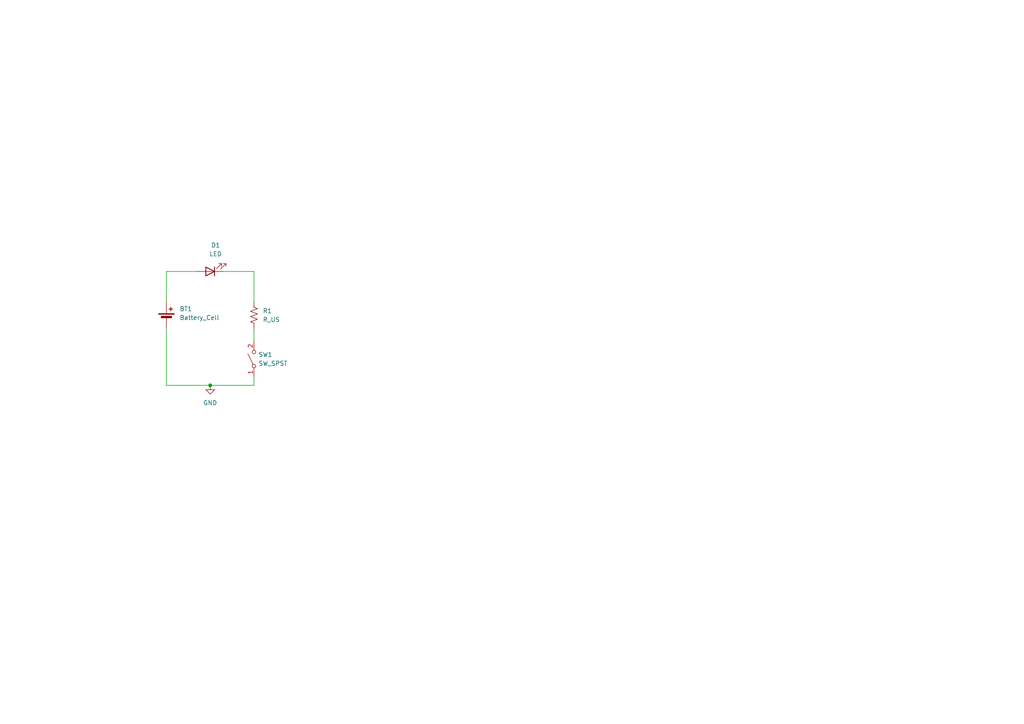
<source format=kicad_sch>
(kicad_sch (version 20230121) (generator eeschema)
  (paper "A4")
  (lib_symbols
    (symbol "Device:Battery_Cell" (pin_numbers hide) (pin_names (offset 0) hide)
      (property "Reference" "BT" (at 2.54 2.54 0))
      (property "Value" "Battery_Cell" (at 2.54 0 0))
      (symbol "Battery_Cell_0_1"
        (rectangle (start -2.286 1.778) (end 2.286 1.524) (fill (type outline)))
        (rectangle (start -1.524 1.016) (end 1.524 0.508) (fill (type outline)))
        (polyline (pts (xy 0 0.762) (xy 0 0)))
        (polyline (pts (xy 0 1.778) (xy 0 2.54)))
        (polyline (pts (xy 0.762 3.048) (xy 1.778 3.048)) (stroke (width 0.254)))
        (polyline (pts (xy 1.27 3.556) (xy 1.27 2.54)) (stroke (width 0.254)))
      )
      (symbol "Battery_Cell_1_1"
        (pin passive line (at 0 5.08 270) (length 2.54) (name "+") (number "1"))
        (pin passive line (at 0 -2.54 90) (length 2.54) (name "-") (number "2"))
      )
    )
    (symbol "Device:LED" (pin_numbers hide) (pin_names (offset 1.016) hide)
      (property "Reference" "D" (at 0 2.54 0))
      (property "Value" "LED" (at 0 -2.54 0))
      (symbol "LED_0_1"
        (polyline (pts (xy -1.27 -1.27) (xy -1.27 1.27)) (stroke (width 0.254)))
        (polyline (pts (xy -1.27 0) (xy 1.27 0)))
        (polyline (pts (xy 1.27 -1.27) (xy 1.27 1.27) (xy -1.27 0) (xy 1.27 -1.27)) (stroke (width 0.254)))
        (polyline (pts (xy -3.048 -0.762) (xy -4.572 -2.286) (xy -3.81 -2.286) (xy -4.572 -2.286) (xy -4.572 -1.524)))
        (polyline (pts (xy -1.778 -0.762) (xy -3.302 -2.286) (xy -2.54 -2.286) (xy -3.302 -2.286) (xy -3.302 -1.524)))
      )
      (symbol "LED_1_1"
        (pin passive line (at -3.81 0 0) (length 2.54) (name "K") (number "1"))
        (pin passive line (at 3.81 0 180) (length 2.54) (name "A") (number "2"))
      )
    )
    (symbol "Device:R_US" (pin_numbers hide) (pin_names (offset 0))
      (property "Reference" "R" (at 2.54 0 90))
      (property "Value" "R_US" (at -2.54 0 90))
      (symbol "R_US_0_1"
        (polyline (pts (xy 0 -2.286) (xy 0 -2.54)))
        (polyline (pts (xy 0 2.286) (xy 0 2.54)))
        (polyline (pts (xy 0 -0.762) (xy 1.016 -1.143) (xy 0 -1.524) (xy -1.016 -1.905) (xy 0 -2.286)))
        (polyline (pts (xy 0 0.762) (xy 1.016 0.381) (xy 0 0) (xy -1.016 -0.381) (xy 0 -0.762)))
        (polyline (pts (xy 0 2.286) (xy 1.016 1.905) (xy 0 1.524) (xy -1.016 1.143) (xy 0 0.762)))
      )
      (symbol "R_US_1_1"
        (pin passive line (at 0 3.81 270) (length 1.27) (name "~") (number "1"))
        (pin passive line (at 0 -3.81 90) (length 1.27) (name "~") (number "2"))
      )
    )
    (symbol "Switch:SW_SPST" (pin_names (offset 0) hide)
      (property "Reference" "SW" (at 0 3.175 0))
      (property "Value" "SW_SPST" (at 0 -2.54 0))
      (symbol "SW_SPST_0_0"
        (circle (center -2.032 0) (radius 0.508))
        (polyline (pts (xy -1.524 0.254) (xy 1.524 1.778)))
        (circle (center 2.032 0) (radius 0.508))
      )
      (symbol "SW_SPST_1_1"
        (pin passive line (at -5.08 0 0) (length 2.54) (name "A") (number "1"))
        (pin passive line (at 5.08 0 180) (length 2.54) (name "B") (number "2"))
      )
    )
    (symbol "power:GND" (power) (pin_names (offset 0))
      (property "Value" "GND" (at 0 -3.81 0))
      (symbol "GND_0_1"
        (polyline (pts (xy 0 0) (xy 0 -1.27) (xy 1.27 -1.27) (xy 0 -2.54) (xy -1.27 -1.27) (xy 0 -1.27)))
      )
      (symbol "GND_1_1"
        (pin power_in line (at 0 0 270) (length 0) hide (name "GND") (number "1"))
      )
    )
  )
  (junction (at 60.96 111.76))
  (wire (pts (xy 73.66 95.25) (xy 73.66 99.06)))
  (wire (pts (xy 60.96 111.76) (xy 48.26 111.76)))
  (wire (pts (xy 48.26 87.63) (xy 48.26 78.74)))
  (wire (pts (xy 64.77 78.74) (xy 73.66 78.74)))
  (wire (pts (xy 73.66 78.74) (xy 73.66 87.63)))
  (wire (pts (xy 73.66 109.22) (xy 73.66 111.76)))
  (wire (pts (xy 48.26 78.74) (xy 57.15 78.74)))
  (wire (pts (xy 48.26 111.76) (xy 48.26 95.25)))
  (wire (pts (xy 73.66 111.76) (xy 60.96 111.76)))
  (symbol (lib_id "Device:LED") (at 60.96 78.74 180) (unit 1)
    (property "Reference" "D1" (at 62.5475 71.12 0))
    (property "Value" "LED" (at 62.5475 73.66 0))
    (property "Footprint" "LED_SMD:LED_2512_6332Metric" (effects hide))
  )
  (symbol (lib_id "Switch:SW_SPST") (at 73.66 104.14 90) (unit 1)
    (property "Reference" "SW1" (at 74.93 102.87 90) (effects (justify right)))
    (property "Value" "SW_SPST" (at 74.93 105.41 90) (effects (justify right)))
    (property "Footprint" "Button_Switch_THT:SW_PUSH_6mm" (effects hide))
  )
  (symbol (lib_id "Device:Battery_Cell") (at 48.26 92.71 0) (unit 1)
    (property "Reference" "BT1" (at 52.07 89.5985 0) (effects (justify left)))
    (property "Value" "Battery_Cell" (at 52.07 92.1385 0) (effects (justify left)))
    (property "Footprint" "Battery:BatteryHolder_Keystone_103_1x20mm" (effects hide))
  )
  (symbol (lib_id "Device:R_US") (at 73.66 91.44 0) (unit 1)
    (property "Reference" "R1" (at 76.2 90.17 0) (effects (justify left)))
    (property "Value" "R_US" (at 76.2 92.71 0) (effects (justify left)))
    (property "Footprint" "Resistor_SMD:R_2512_6332Metric" (effects hide))
  )
  (symbol (lib_id "power:GND") (at 60.96 111.76 0) (unit 1)
    (property "Reference" "#PWR01" (effects hide))
    (property "Value" "GND" (at 60.96 116.84 0))
  )
)
</source>
